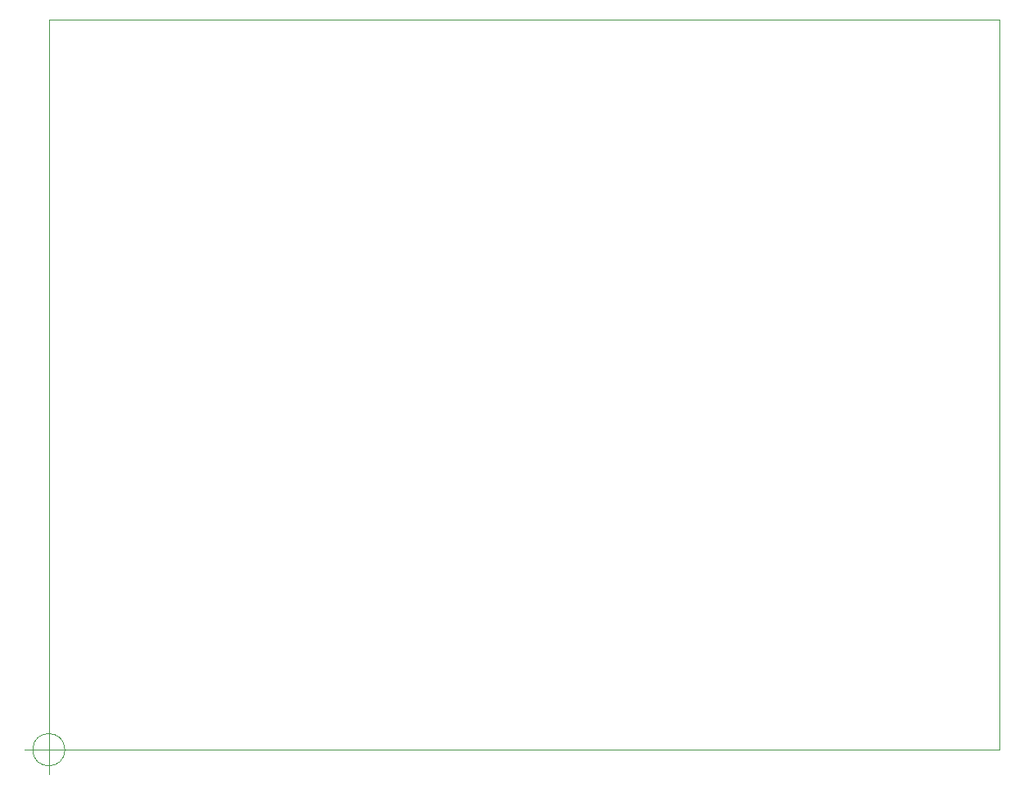
<source format=gm1>
G04 #@! TF.GenerationSoftware,KiCad,Pcbnew,(5.1.2-1)-1*
G04 #@! TF.CreationDate,2019-12-30T12:49:13-08:00*
G04 #@! TF.ProjectId,sbc6802,73626336-3830-4322-9e6b-696361645f70,2.0*
G04 #@! TF.SameCoordinates,Original*
G04 #@! TF.FileFunction,Profile,NP*
%FSLAX46Y46*%
G04 Gerber Fmt 4.6, Leading zero omitted, Abs format (unit mm)*
G04 Created by KiCad (PCBNEW (5.1.2-1)-1) date 2019-12-30 12:49:13*
%MOMM*%
%LPD*%
G04 APERTURE LIST*
%ADD10C,0.050000*%
G04 APERTURE END LIST*
D10*
X106441666Y-137795000D02*
G75*
G03X106441666Y-137795000I-1666666J0D01*
G01*
X102275000Y-137795000D02*
X107275000Y-137795000D01*
X104775000Y-135295000D02*
X104775000Y-140295000D01*
X104775000Y-137795000D02*
X104775000Y-62230000D01*
X203105000Y-137795000D02*
X104775000Y-137795000D01*
X203105000Y-62230000D02*
X203105000Y-137795000D01*
X104775000Y-62230000D02*
X203105000Y-62230000D01*
M02*

</source>
